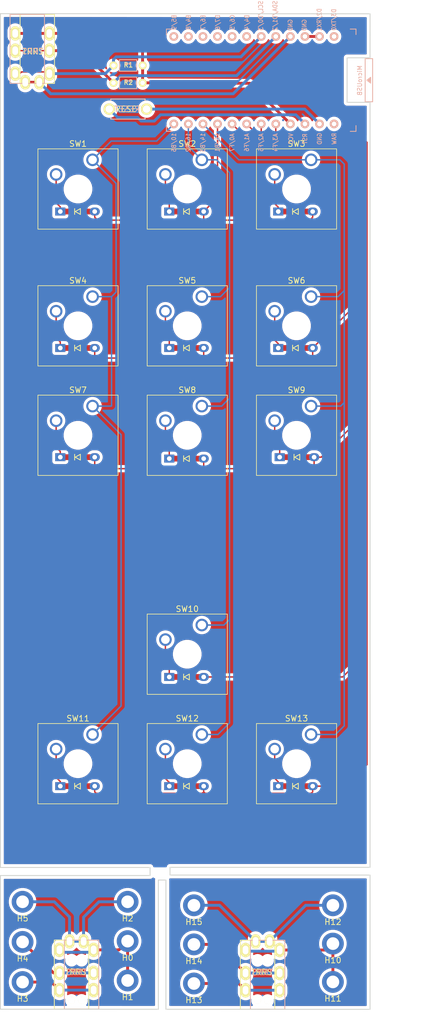
<source format=kicad_pcb>
(kicad_pcb (version 20171130) (host pcbnew "(5.1.8)-1")
  (layers (0 F.Cu signal) (31 B.Cu signal) (34 B.Paste user) (35 F.Paste user) (36 B.SilkS user) (37 F.SilkS user) (38 B.Mask user) (39 F.Mask user) (44 Edge.Cuts user))
  (net 0 "")
  (net 1 "Net-(J2-PadA)")
  (net 2 "Net-(SW_RST2-Pad1)")
  (net 3 "Net-(J2-PadD)")
  (net 4 SDA2)
  (net 5 "Net-(J2-PadB)")
  (net 6 "Net-(SW_RST2-Pad2)")
  (net 7 row1)
  (net 8 "Net-(D1-Pad1)")
  (net 9 "Net-(D2-Pad1)")
  (net 10 "Net-(D3-Pad1)")
  (net 11 row2)
  (net 12 "Net-(D4-Pad1)")
  (net 13 "Net-(D5-Pad1)")
  (net 14 "Net-(D6-Pad1)")
  (net 15 row3)
  (net 16 "Net-(D7-Pad1)")
  (net 17 "Net-(D8-Pad1)")
  (net 18 "Net-(D9-Pad1)")
  (net 19 row4)
  (net 20 "Net-(D10-Pad1)")
  (net 21 row5)
  (net 22 "Net-(D11-Pad1)")
  (net 23 "Net-(D12-Pad1)")
  (net 24 "Net-(D13-Pad1)")
  (net 25 COL1)
  (net 26 COL2)
  (net 27 COL3)
  (net 28 "Net-(U1-Pad2)")
  (net 29 "Net-(H0-Pad1)")
  (net 30 "Net-(H2-Pad1)")
  (net 31 "Net-(H3-Pad1)")
  (net 32 "Net-(H4-Pad1)")
  (net 33 "Net-(H10-Pad1)")
  (net 34 "Net-(H12-Pad1)")
  (net 35 "Net-(H13-Pad1)")
  (net 36 "Net-(H14-Pad1)")
  (module foostan:MJ-4PP-9 (layer F.Cu) (at 60.833 271.3228 180)
    (fp_text reference J3)
    (fp_text value MJ-4PP-9 hide)
    (fp_text user TRRS (at -0.75 6.45) (layer F.SilkS))
    (fp_text user TRRS (at -0.8255 6.4135) (layer B.SilkS) (effects (justify mirror)))
    (pad A thru_hole oval (at -2.1 11.8 180) (size 1.7 2.5) (drill oval 1 1.5) (layers *.Cu *.Mask F.SilkS) (net 34 "Net-(H12-Pad1)") (clearance 0.15))
    (pad D thru_hole oval (at 2.1 10.3 180) (size 1.7 2.5) (drill oval 1 1.5) (layers *.Cu *.Mask F.SilkS) (net 33 "Net-(H10-Pad1)") (clearance 0.15))
    (pad C thru_hole oval (at 2.1 6.3 180) (size 1.7 2.5) (drill oval 1 1.5) (layers *.Cu *.Mask F.SilkS) (net 36 "Net-(H14-Pad1)"))
    (pad B thru_hole oval (at 2.1 3.3 180) (size 1.7 2.5) (drill oval 1 1.5) (layers *.Cu *.Mask F.SilkS) (net 35 "Net-(H13-Pad1)"))
    (pad "" np_thru_hole circle (at 0 8.5 180) (size 1.2 1.2) (drill 1.2) (layers *.Cu *.Mask F.SilkS))
    (pad "" np_thru_hole circle (at 0 1.5 180) (size 1.2 1.2) (drill 1.2) (layers *.Cu *.Mask F.SilkS))
    (pad C thru_hole oval (at -3.85 6.3 180) (size 1.7 2.5) (drill oval 1 1.5) (layers *.Cu *.Mask F.SilkS) (net 36 "Net-(H14-Pad1)"))
    (pad B thru_hole oval (at -3.85 3.3 180) (size 1.7 2.5) (drill oval 1 1.5) (layers *.Cu *.Mask F.SilkS) (net 35 "Net-(H13-Pad1)"))
    (pad A thru_hole oval (at 0.35 11.8 180) (size 1.7 2.5) (drill oval 1 1.5) (layers *.Cu *.Mask F.SilkS) (net 34 "Net-(H12-Pad1)") (clearance 0.15))
    (pad D thru_hole oval (at -3.85 10.3 180) (size 1.7 2.5) (drill oval 1 1.5) (layers *.Cu *.Mask F.SilkS) (net 33 "Net-(H10-Pad1)") (clearance 0.15))
    (pad "" np_thru_hole circle (at -1.75 1.5 180) (size 1.2 1.2) (drill 1.2) (layers *.Cu *.Mask F.SilkS))
    (pad "" np_thru_hole circle (at -1.75 8.5 180) (size 1.2 1.2) (drill 1.2) (layers *.Cu *.Mask F.SilkS))
  )
  (module MountingHole:MountingHole_2.2mm_M2_ISO14580_Pad (layer F.Cu) (at 49.7332 253.238 180)
    (fp_text reference H15 (at 0 -2.9) (layer F.SilkS))
    (fp_text value GND)
    (pad 1 thru_hole circle (at 0 0 180) (size 3.8 3.8) (drill 2.2) (layers *.Cu *.Mask) (net 34 "Net-(H12-Pad1)"))
  )
  (module MountingHole:MountingHole_2.2mm_M2_ISO14580_Pad (layer F.Cu) (at 49.7332 260.043 180)
    (fp_text reference H14 (at 0 -2.9) (layer F.SilkS))
    (fp_text value Right)
    (pad 1 thru_hole circle (at 0 0 180) (size 3.8 3.8) (drill 2.2) (layers *.Cu *.Mask) (net 36 "Net-(H14-Pad1)"))
  )
  (module MountingHole:MountingHole_2.2mm_M2_ISO14580_Pad (layer F.Cu) (at 49.7332 266.848001 180)
    (fp_text reference H13 (at 0 -2.9) (layer F.SilkS))
    (fp_text value Left)
    (pad 1 thru_hole circle (at 0 0 180) (size 3.8 3.8) (drill 2.2) (layers *.Cu *.Mask) (net 35 "Net-(H13-Pad1)"))
  )
  (module MountingHole:MountingHole_2.2mm_M2_ISO14580_Pad (layer F.Cu) (at 73.9648 253.238 180)
    (fp_text reference H12 (at 0 -2.9) (layer F.SilkS))
    (fp_text value GND)
    (pad 1 thru_hole circle (at 0 0 180) (size 3.8 3.8) (drill 2.2) (layers *.Cu *.Mask) (net 34 "Net-(H12-Pad1)"))
  )
  (module MountingHole:MountingHole_2.2mm_M2_ISO14580_Pad (layer F.Cu) (at 73.9648 266.573 180)
    (fp_text reference H11 (at 0 -2.9) (layer F.SilkS))
    (fp_text value MIC-Right)
    (pad 1 thru_hole circle (at 0 0 180) (size 3.8 3.8) (drill 2.2) (layers *.Cu *.Mask) (net 33 "Net-(H10-Pad1)"))
  )
  (module MountingHole:MountingHole_2.2mm_M2_ISO14580_Pad (layer F.Cu) (at 73.9648 259.9055 180)
    (fp_text reference H10 (at 0 -2.9) (layer F.SilkS))
    (fp_text value MIC-Left)
    (pad 1 thru_hole circle (at 0 0 180) (size 3.8 3.8) (drill 2.2) (layers *.Cu *.Mask) (net 33 "Net-(H10-Pad1)"))
  )
  (module foostan:MJ-4PP-9 (layer F.Cu) (at 28.3972 271.2974 180)
    (fp_text reference J1)
    (fp_text value MJ-4PP-9 hide)
    (fp_text user TRRS (at -0.75 6.45) (layer F.SilkS))
    (fp_text user TRRS (at -0.8255 6.4135) (layer B.SilkS) (effects (justify mirror)))
    (pad A thru_hole oval (at -2.1 11.8 180) (size 1.7 2.5) (drill oval 1 1.5) (layers *.Cu *.Mask F.SilkS) (net 30 "Net-(H2-Pad1)") (clearance 0.15))
    (pad D thru_hole oval (at 2.1 10.3 180) (size 1.7 2.5) (drill oval 1 1.5) (layers *.Cu *.Mask F.SilkS) (net 29 "Net-(H0-Pad1)") (clearance 0.15))
    (pad C thru_hole oval (at 2.1 6.3 180) (size 1.7 2.5) (drill oval 1 1.5) (layers *.Cu *.Mask F.SilkS) (net 32 "Net-(H4-Pad1)"))
    (pad B thru_hole oval (at 2.1 3.3 180) (size 1.7 2.5) (drill oval 1 1.5) (layers *.Cu *.Mask F.SilkS) (net 31 "Net-(H3-Pad1)"))
    (pad "" np_thru_hole circle (at 0 8.5 180) (size 1.2 1.2) (drill 1.2) (layers *.Cu *.Mask F.SilkS))
    (pad "" np_thru_hole circle (at 0 1.5 180) (size 1.2 1.2) (drill 1.2) (layers *.Cu *.Mask F.SilkS))
    (pad C thru_hole oval (at -3.85 6.3 180) (size 1.7 2.5) (drill oval 1 1.5) (layers *.Cu *.Mask F.SilkS) (net 32 "Net-(H4-Pad1)"))
    (pad B thru_hole oval (at -3.85 3.3 180) (size 1.7 2.5) (drill oval 1 1.5) (layers *.Cu *.Mask F.SilkS) (net 31 "Net-(H3-Pad1)"))
    (pad A thru_hole oval (at 0.35 11.8 180) (size 1.7 2.5) (drill oval 1 1.5) (layers *.Cu *.Mask F.SilkS) (net 30 "Net-(H2-Pad1)") (clearance 0.15))
    (pad D thru_hole oval (at -3.85 10.3 180) (size 1.7 2.5) (drill oval 1 1.5) (layers *.Cu *.Mask F.SilkS) (net 29 "Net-(H0-Pad1)") (clearance 0.15))
    (pad "" np_thru_hole circle (at -1.75 1.5 180) (size 1.2 1.2) (drill 1.2) (layers *.Cu *.Mask F.SilkS))
    (pad "" np_thru_hole circle (at -1.75 8.5 180) (size 1.2 1.2) (drill 1.2) (layers *.Cu *.Mask F.SilkS))
  )
  (module MountingHole:MountingHole_2.2mm_M2_ISO14580_Pad (layer F.Cu) (at 19.8628 252.6284 180)
    (fp_text reference H5 (at 0 -2.9) (layer F.SilkS))
    (fp_text value GND)
    (pad 1 thru_hole circle (at 0 0 180) (size 3.8 3.8) (drill 2.2) (layers *.Cu *.Mask) (net 30 "Net-(H2-Pad1)"))
  )
  (module MountingHole:MountingHole_2.2mm_M2_ISO14580_Pad (layer F.Cu) (at 19.8628 259.6134 180)
    (fp_text reference H4 (at 0 -2.9) (layer F.SilkS))
    (fp_text value Right)
    (pad 1 thru_hole circle (at 0 0 180) (size 3.8 3.8) (drill 2.2) (layers *.Cu *.Mask) (net 32 "Net-(H4-Pad1)"))
  )
  (module MountingHole:MountingHole_2.2mm_M2_ISO14580_Pad (layer F.Cu) (at 19.8628 266.5984 180)
    (fp_text reference H3 (at 0 -2.9) (layer F.SilkS))
    (fp_text value Left)
    (pad 1 thru_hole circle (at 0 0 180) (size 3.8 3.8) (drill 2.2) (layers *.Cu *.Mask) (net 31 "Net-(H3-Pad1)"))
  )
  (module MountingHole:MountingHole_2.2mm_M2_ISO14580_Pad (layer F.Cu) (at 38.1762 252.6284 180)
    (fp_text reference H2 (at 0 -2.9) (layer F.SilkS))
    (fp_text value GND)
    (pad 1 thru_hole circle (at 0 0 180) (size 3.8 3.8) (drill 2.2) (layers *.Cu *.Mask) (net 30 "Net-(H2-Pad1)"))
  )
  (module MountingHole:MountingHole_2.2mm_M2_ISO14580_Pad (layer F.Cu) (at 38.1762 266.323399 180)
    (fp_text reference H1 (at 0 -2.9) (layer F.SilkS))
    (fp_text value MIC-Right)
    (pad 1 thru_hole circle (at 0 0 180) (size 3.8 3.8) (drill 2.2) (layers *.Cu *.Mask) (net 29 "Net-(H0-Pad1)"))
  )
  (module MountingHole:MountingHole_2.2mm_M2_ISO14580_Pad (layer F.Cu) (at 38.1762 259.4759 180)
    (fp_text reference H0 (at 0 -2.9) (layer F.SilkS))
    (fp_text value MIC-Left)
    (pad 1 thru_hole circle (at 0 0 180) (size 3.8 3.8) (drill 2.2) (layers *.Cu *.Mask) (net 29 "Net-(H0-Pad1)"))
  )
  (module Button_Switch_Keyboard:SW_Cherry_MX_1.00u_Plate (layer F.Cu) (at 70.163 123.504)
    (fp_text reference SW3 (at -2.54 -2.794) (layer F.SilkS))
    (fp_text value SW_Push)
    (pad "" np_thru_hole circle (at -2.54 5.08) (size 4 4) (drill 4) (layers *.Cu *.Mask))
    (pad 2 thru_hole circle (at -6.35 2.54) (size 2.2 2.2) (drill 1.5) (layers *.Cu *.Mask) (net 10 "Net-(D3-Pad1)"))
    (pad 1 thru_hole circle (at 0 0) (size 2.2 2.2) (drill 1.5) (layers *.Cu *.Mask) (net 27 COL3))
  )
  (module foostan:ProMicro_v3.5 (layer B.Cu) (at 59.69 109.6518 90)
    (fp_text reference U1 hide)
    (fp_text value ProMicro hide)
    (fp_text user MicroUSB (at -0.05 18.95 -90) (layer B.SilkS) (effects (font (size 0.75 0.75) (thickness 0.12)) (justify mirror)))
    (fp_text user B4/8 (at 10.0716 -10.9 90 unlocked) (layer B.SilkS) (effects (font (size 0.75 0.67) (thickness 0.125)) (justify mirror)))
    (fp_text user D2/RX1 (at 10.5216 11.9 90 unlocked) (layer B.SilkS) (effects (font (size 0.75 0.67) (thickness 0.125)) (justify mirror)))
    (fp_text user B5/9 (at 10.0716 -13.4 90 unlocked) (layer B.SilkS) (effects (font (size 0.75 0.67) (thickness 0.125)) (justify mirror)))
    (fp_text user C6/5 (at 10.0716 -3.25 90 unlocked) (layer B.SilkS) (effects (font (size 0.75 0.67) (thickness 0.125)) (justify mirror)))
    (fp_text user SCL/D0/3 (at 11.2216 1.7 90 unlocked) (layer B.SilkS) (effects (font (size 0.75 0.67) (thickness 0.125)) (justify mirror)))
    (fp_text user SDA/D1/2 (at 11.2216 4.2 90 unlocked) (layer B.SilkS) (effects (font (size 0.75 0.67) (thickness 0.125)) (justify mirror)))
    (fp_text user D4/4 (at 10.0716 -0.7 90 unlocked) (layer B.SilkS) (effects (font (size 0.75 0.67) (thickness 0.125)) (justify mirror)))
    (fp_text user D3/TX0 (at 10.5216 14.45 90 unlocked) (layer B.SilkS) (effects (font (size 0.75 0.67) (thickness 0.125)) (justify mirror)))
    (fp_text user GND (at 9.5716 6.85 90 unlocked) (layer B.SilkS) (effects (font (size 0.75 0.67) (thickness 0.125)) (justify mirror)))
    (fp_text user GND (at 9.5716 9.3 90 unlocked) (layer B.SilkS) (effects (font (size 0.75 0.67) (thickness 0.125)) (justify mirror)))
    (fp_text user D7/6 (at 10.0716 -5.8 90 unlocked) (layer B.SilkS) (effects (font (size 0.75 0.67) (thickness 0.125)) (justify mirror)))
    (fp_text user E6/7 (at 10.0716 -8.35 90 unlocked) (layer B.SilkS) (effects (font (size 0.75 0.67) (thickness 0.125)) (justify mirror)))
    (fp_text user 16/B2 (at -10.845 -10.95 90 unlocked) (layer B.SilkS) (effects (font (size 0.75 0.67) (thickness 0.125)) (justify mirror)))
    (fp_text user 10/B6 (at -10.845 -13.45 90 unlocked) (layer B.SilkS) (effects (font (size 0.75 0.67) (thickness 0.125)) (justify mirror)))
    (fp_text user 14/B3 (at -10.845 -8.4 90 unlocked) (layer B.SilkS) (effects (font (size 0.75 0.67) (thickness 0.125)) (justify mirror)))
    (fp_text user 15/B1 (at -10.845 -5.85 90 unlocked) (layer B.SilkS) (effects (font (size 0.75 0.67) (thickness 0.125)) (justify mirror)))
    (fp_text user A0/F7 (at -10.845 -3.3 90 unlocked) (layer B.SilkS) (effects (font (size 0.75 0.67) (thickness 0.125)) (justify mirror)))
    (fp_text user A1/F6 (at -10.845 -0.75 90 unlocked) (layer B.SilkS) (effects (font (size 0.75 0.67) (thickness 0.125)) (justify mirror)))
    (fp_text user A2/F5 (at -10.845 1.75 90 unlocked) (layer B.SilkS) (effects (font (size 0.75 0.67) (thickness 0.125)) (justify mirror)))
    (fp_text user A3/F4 (at -10.845 4.25 90 unlocked) (layer B.SilkS) (effects (font (size 0.75 0.67) (thickness 0.125)) (justify mirror)))
    (fp_text user VCC (at -10.195 6.95 90 unlocked) (layer B.SilkS) (effects (font (size 0.75 0.67) (thickness 0.125)) (justify mirror)))
    (fp_text user RST (at -10.195 9.4 90 unlocked) (layer B.SilkS) (effects (font (size 0.75 0.67) (thickness 0.125)) (justify mirror)))
    (fp_text user GND (at -10.195 11.95 90 unlocked) (layer B.SilkS) (effects (font (size 0.75 0.67) (thickness 0.125)) (justify mirror)))
    (fp_text user RAW (at -10.195 14.5 90 unlocked) (layer B.SilkS) (effects (font (size 0.75 0.67) (thickness 0.125)) (justify mirror)))
    (fp_text user "" (at -0.545 17.4 -90) (layer B.SilkS) (effects (justify mirror)))
    (fp_text user "" (at -1.2515 16.256 -90) (layer F.SilkS))
    (pad 1 thru_hole circle (at 7.6114 14.478 90) (size 1.524 1.524) (drill 0.8128) (layers *.Cu B.SilkS F.Mask))
    (pad 2 thru_hole circle (at 7.6114 11.938 90) (size 1.524 1.524) (drill 0.8128) (layers *.Cu B.SilkS F.Mask) (net 28 "Net-(U1-Pad2)"))
    (pad 3 thru_hole circle (at 7.6114 9.398 90) (size 1.524 1.524) (drill 0.8128) (layers *.Cu B.SilkS F.Mask) (net 28 "Net-(U1-Pad2)"))
    (pad 4 thru_hole circle (at 7.6114 6.858 90) (size 1.524 1.524) (drill 0.8128) (layers *.Cu B.SilkS F.Mask) (net 1 "Net-(J2-PadA)"))
    (pad 5 thru_hole circle (at 7.6114 4.318 90) (size 1.524 1.524) (drill 0.8128) (layers *.Cu B.SilkS F.Mask) (net 4 SDA2))
    (pad 6 thru_hole circle (at 7.6114 1.778 90) (size 1.524 1.524) (drill 0.8128) (layers *.Cu B.SilkS F.Mask) (net 3 "Net-(J2-PadD)"))
    (pad 7 thru_hole circle (at 7.6114 -0.762 90) (size 1.524 1.524) (drill 0.8128) (layers *.Cu B.SilkS F.Mask))
    (pad 8 thru_hole circle (at 7.6114 -3.302 90) (size 1.524 1.524) (drill 0.8128) (layers *.Cu B.SilkS F.Mask))
    (pad 9 thru_hole circle (at 7.6114 -5.842 90) (size 1.524 1.524) (drill 0.8128) (layers *.Cu B.SilkS F.Mask))
    (pad 10 thru_hole circle (at 7.6114 -8.382 90) (size 1.524 1.524) (drill 0.8128) (layers *.Cu B.SilkS F.Mask))
    (pad 11 thru_hole circle (at 7.6114 -10.922 90) (size 1.524 1.524) (drill 0.8128) (layers *.Cu B.SilkS F.Mask))
    (pad 12 thru_hole circle (at 7.6114 -13.462 90) (size 1.524 1.524) (drill 0.8128) (layers *.Cu B.SilkS F.Mask))
    (pad 13 thru_hole circle (at -7.6086 -13.462 90) (size 1.524 1.524) (drill 0.8128) (layers *.Cu B.SilkS F.Mask) (net 25 COL1))
    (pad 14 thru_hole circle (at -7.6086 -10.922 90) (size 1.524 1.524) (drill 0.8128) (layers *.Cu B.SilkS F.Mask) (net 26 COL2))
    (pad 15 thru_hole circle (at -7.6086 -8.382 90) (size 1.524 1.524) (drill 0.8128) (layers *.Cu B.SilkS F.Mask) (net 27 COL3))
    (pad 16 thru_hole circle (at -7.6086 -5.842 90) (size 1.524 1.524) (drill 0.8128) (layers *.Cu B.SilkS F.Mask) (net 7 row1))
    (pad 17 thru_hole circle (at -7.6086 -3.302 90) (size 1.524 1.524) (drill 0.8128) (layers *.Cu B.SilkS F.Mask) (net 11 row2))
    (pad 18 thru_hole circle (at -7.6086 -0.762 90) (size 1.524 1.524) (drill 0.8128) (layers *.Cu B.SilkS F.Mask) (net 15 row3))
    (pad 19 thru_hole circle (at -7.6086 1.778 90) (size 1.524 1.524) (drill 0.8128) (layers *.Cu B.SilkS F.Mask) (net 19 row4))
    (pad 20 thru_hole circle (at -7.6086 4.318 90) (size 1.524 1.524) (drill 0.8128) (layers *.Cu B.SilkS F.Mask) (net 21 row5))
    (pad 21 thru_hole circle (at -7.6086 6.858 90) (size 1.524 1.524) (drill 0.8128) (layers *.Cu B.SilkS F.Mask) (net 5 "Net-(J2-PadB)"))
    (pad 22 thru_hole circle (at -7.6086 9.398 90) (size 1.524 1.524) (drill 0.8128) (layers *.Cu B.SilkS F.Mask) (net 2 "Net-(SW_RST2-Pad1)"))
    (pad 23 thru_hole circle (at -7.6086 11.938 90) (size 1.524 1.524) (drill 0.8128) (layers *.Cu B.SilkS F.Mask) (net 6 "Net-(SW_RST2-Pad2)"))
    (pad 24 thru_hole circle (at -7.6086 14.478 90) (size 1.524 1.524) (drill 0.8128) (layers *.Cu B.SilkS F.Mask))
  )
  (module foostan:R (layer F.Cu) (at 38.2524 110.109)
    (fp_text reference R2 (at 0.05 -0.08) (layer F.SilkS) (effects (font (size 0.8128 0.8128))))
    (fp_text value 4.7k hide)
    (fp_text user ** (at 0 -0.0635) (layer B.SilkS) (effects (font (size 0.8128 0.8128)) (justify mirror)))
    (pad 2 thru_hole circle (at 2.54 0) (size 1.397 1.397) (drill 0.8128) (layers *.Cu *.Mask F.SilkS) (net 5 "Net-(J2-PadB)"))
    (pad 1 thru_hole circle (at -2.54 0) (size 1.397 1.397) (drill 0.8128) (layers *.Cu *.Mask F.SilkS) (net 4 SDA2))
  )
  (module foostan:R (layer F.Cu) (at 38.2524 107.0864)
    (fp_text reference R1 (at 0.05 -0.08) (layer F.SilkS) (effects (font (size 0.8128 0.8128))))
    (fp_text value 4.7k hide)
    (fp_text user ** (at 0 -0.0635) (layer B.SilkS) (effects (font (size 0.8128 0.8128)) (justify mirror)))
    (pad 2 thru_hole circle (at 2.54 0) (size 1.397 1.397) (drill 0.8128) (layers *.Cu *.Mask F.SilkS) (net 5 "Net-(J2-PadB)"))
    (pad 1 thru_hole circle (at -2.54 0) (size 1.397 1.397) (drill 0.8128) (layers *.Cu *.Mask F.SilkS) (net 3 "Net-(J2-PadD)"))
  )
  (module foostan:D3_TH (layer F.Cu) (at 67.438 232.504)
    (fp_text reference D13 hide)
    (fp_text value DIODE hide)
    (pad 2 smd rect (at 1.775 0 180) (size 1.4 1) (layers F.Cu F.Paste F.Mask) (net 21 row5))
    (pad 1 smd rect (at -1.775 0 180) (size 1.4 1) (layers F.Cu F.Paste F.Mask) (net 24 "Net-(D13-Pad1)"))
    (pad 2 thru_hole oval (at 3 0) (size 1.778 1.397) (drill 0.8128) (layers *.Cu B.Mask) (net 21 row5))
    (pad 1 thru_hole rect (at -3 0) (size 1.778 1.397) (drill 0.8128) (layers *.Cu B.Mask) (net 24 "Net-(D13-Pad1)"))
  )
  (module foostan:D3_TH (layer F.Cu) (at 48.438 232.504)
    (fp_text reference D12 hide)
    (fp_text value DIODE hide)
    (pad 2 smd rect (at 1.775 0 180) (size 1.4 1) (layers F.Cu F.Paste F.Mask) (net 21 row5))
    (pad 1 smd rect (at -1.775 0 180) (size 1.4 1) (layers F.Cu F.Paste F.Mask) (net 23 "Net-(D12-Pad1)"))
    (pad 2 thru_hole oval (at 3 0) (size 1.778 1.397) (drill 0.8128) (layers *.Cu B.Mask) (net 21 row5))
    (pad 1 thru_hole rect (at -3 0) (size 1.778 1.397) (drill 0.8128) (layers *.Cu B.Mask) (net 23 "Net-(D12-Pad1)"))
  )
  (module foostan:D3_TH (layer F.Cu) (at 29.438 232.504)
    (fp_text reference D11 hide)
    (fp_text value DIODE hide)
    (pad 2 smd rect (at 1.775 0 180) (size 1.4 1) (layers F.Cu F.Paste F.Mask) (net 21 row5))
    (pad 1 smd rect (at -1.775 0 180) (size 1.4 1) (layers F.Cu F.Paste F.Mask) (net 22 "Net-(D11-Pad1)"))
    (pad 2 thru_hole oval (at 3 0) (size 1.778 1.397) (drill 0.8128) (layers *.Cu B.Mask) (net 21 row5))
    (pad 1 thru_hole rect (at -3 0) (size 1.778 1.397) (drill 0.8128) (layers *.Cu B.Mask) (net 22 "Net-(D11-Pad1)"))
  )
  (module foostan:D3_TH (layer F.Cu) (at 48.438 213.504)
    (fp_text reference D10 hide)
    (fp_text value DIODE hide)
    (pad 2 smd rect (at 1.775 0 180) (size 1.4 1) (layers F.Cu F.Paste F.Mask) (net 19 row4))
    (pad 1 smd rect (at -1.775 0 180) (size 1.4 1) (layers F.Cu F.Paste F.Mask) (net 20 "Net-(D10-Pad1)"))
    (pad 2 thru_hole oval (at 3 0) (size 1.778 1.397) (drill 0.8128) (layers *.Cu B.Mask) (net 19 row4))
    (pad 1 thru_hole rect (at -3 0) (size 1.778 1.397) (drill 0.8128) (layers *.Cu B.Mask) (net 20 "Net-(D10-Pad1)"))
  )
  (module foostan:D3_TH (layer F.Cu) (at 67.688 175.254)
    (fp_text reference D9 hide)
    (fp_text value DIODE hide)
    (pad 2 smd rect (at 1.775 0 180) (size 1.4 1) (layers F.Cu F.Paste F.Mask) (net 15 row3))
    (pad 1 smd rect (at -1.775 0 180) (size 1.4 1) (layers F.Cu F.Paste F.Mask) (net 18 "Net-(D9-Pad1)"))
    (pad 2 thru_hole oval (at 3 0) (size 1.778 1.397) (drill 0.8128) (layers *.Cu B.Mask) (net 15 row3))
    (pad 1 thru_hole rect (at -3 0) (size 1.778 1.397) (drill 0.8128) (layers *.Cu B.Mask) (net 18 "Net-(D9-Pad1)"))
  )
  (module foostan:D3_TH (layer F.Cu) (at 48.438 175.504)
    (fp_text reference D8 hide)
    (fp_text value DIODE hide)
    (pad 2 smd rect (at 1.775 0 180) (size 1.4 1) (layers F.Cu F.Paste F.Mask) (net 15 row3))
    (pad 1 smd rect (at -1.775 0 180) (size 1.4 1) (layers F.Cu F.Paste F.Mask) (net 17 "Net-(D8-Pad1)"))
    (pad 2 thru_hole oval (at 3 0) (size 1.778 1.397) (drill 0.8128) (layers *.Cu B.Mask) (net 15 row3))
    (pad 1 thru_hole rect (at -3 0) (size 1.778 1.397) (drill 0.8128) (layers *.Cu B.Mask) (net 17 "Net-(D8-Pad1)"))
  )
  (module foostan:D3_TH (layer F.Cu) (at 29.438 175.254)
    (fp_text reference D7 hide)
    (fp_text value DIODE hide)
    (pad 2 smd rect (at 1.775 0 180) (size 1.4 1) (layers F.Cu F.Paste F.Mask) (net 15 row3))
    (pad 1 smd rect (at -1.775 0 180) (size 1.4 1) (layers F.Cu F.Paste F.Mask) (net 16 "Net-(D7-Pad1)"))
    (pad 2 thru_hole oval (at 3 0) (size 1.778 1.397) (drill 0.8128) (layers *.Cu B.Mask) (net 15 row3))
    (pad 1 thru_hole rect (at -3 0) (size 1.778 1.397) (drill 0.8128) (layers *.Cu B.Mask) (net 16 "Net-(D7-Pad1)"))
  )
  (module foostan:D3_TH (layer F.Cu) (at 67.438 156.254)
    (fp_text reference D6 hide)
    (fp_text value DIODE hide)
    (pad 2 smd rect (at 1.775 0 180) (size 1.4 1) (layers F.Cu F.Paste F.Mask) (net 11 row2))
    (pad 1 smd rect (at -1.775 0 180) (size 1.4 1) (layers F.Cu F.Paste F.Mask) (net 14 "Net-(D6-Pad1)"))
    (pad 2 thru_hole oval (at 3 0) (size 1.778 1.397) (drill 0.8128) (layers *.Cu B.Mask) (net 11 row2))
    (pad 1 thru_hole rect (at -3 0) (size 1.778 1.397) (drill 0.8128) (layers *.Cu B.Mask) (net 14 "Net-(D6-Pad1)"))
  )
  (module foostan:D3_TH (layer F.Cu) (at 48.438 156.254)
    (fp_text reference D5 hide)
    (fp_text value DIODE hide)
    (pad 2 smd rect (at 1.775 0 180) (size 1.4 1) (layers F.Cu F.Paste F.Mask) (net 11 row2))
    (pad 1 smd rect (at -1.775 0 180) (size 1.4 1) (layers F.Cu F.Paste F.Mask) (net 13 "Net-(D5-Pad1)"))
    (pad 2 thru_hole oval (at 3 0) (size 1.778 1.397) (drill 0.8128) (layers *.Cu B.Mask) (net 11 row2))
    (pad 1 thru_hole rect (at -3 0) (size 1.778 1.397) (drill 0.8128) (layers *.Cu B.Mask) (net 13 "Net-(D5-Pad1)"))
  )
  (module foostan:D3_TH (layer F.Cu) (at 29.438 156.254)
    (fp_text reference D4 hide)
    (fp_text value DIODE hide)
    (pad 2 smd rect (at 1.775 0 180) (size 1.4 1) (layers F.Cu F.Paste F.Mask) (net 11 row2))
    (pad 1 smd rect (at -1.775 0 180) (size 1.4 1) (layers F.Cu F.Paste F.Mask) (net 12 "Net-(D4-Pad1)"))
    (pad 2 thru_hole oval (at 3 0) (size 1.778 1.397) (drill 0.8128) (layers *.Cu B.Mask) (net 11 row2))
    (pad 1 thru_hole rect (at -3 0) (size 1.778 1.397) (drill 0.8128) (layers *.Cu B.Mask) (net 12 "Net-(D4-Pad1)"))
  )
  (module foostan:D3_TH (layer F.Cu) (at 67.438 132.504)
    (fp_text reference D3 hide)
    (fp_text value DIODE hide)
    (pad 2 smd rect (at 1.775 0 180) (size 1.4 1) (layers F.Cu F.Paste F.Mask) (net 7 row1))
    (pad 1 smd rect (at -1.775 0 180) (size 1.4 1) (layers F.Cu F.Paste F.Mask) (net 10 "Net-(D3-Pad1)"))
    (pad 2 thru_hole oval (at 3 0) (size 1.778 1.397) (drill 0.8128) (layers *.Cu B.Mask) (net 7 row1))
    (pad 1 thru_hole rect (at -3 0) (size 1.778 1.397) (drill 0.8128) (layers *.Cu B.Mask) (net 10 "Net-(D3-Pad1)"))
  )
  (module foostan:D3_TH (layer F.Cu) (at 48.438 132.504)
    (fp_text reference D2 hide)
    (fp_text value DIODE hide)
    (pad 2 smd rect (at 1.775 0 180) (size 1.4 1) (layers F.Cu F.Paste F.Mask) (net 7 row1))
    (pad 1 smd rect (at -1.775 0 180) (size 1.4 1) (layers F.Cu F.Paste F.Mask) (net 9 "Net-(D2-Pad1)"))
    (pad 2 thru_hole oval (at 3 0) (size 1.778 1.397) (drill 0.8128) (layers *.Cu B.Mask) (net 7 row1))
    (pad 1 thru_hole rect (at -3 0) (size 1.778 1.397) (drill 0.8128) (layers *.Cu B.Mask) (net 9 "Net-(D2-Pad1)"))
  )
  (module foostan:D3_TH (layer F.Cu) (at 29.438 132.504)
    (fp_text reference D1 hide)
    (fp_text value DIODE hide)
    (pad 2 smd rect (at 1.775 0 180) (size 1.4 1) (layers F.Cu F.Paste F.Mask) (net 7 row1))
    (pad 1 smd rect (at -1.775 0 180) (size 1.4 1) (layers F.Cu F.Paste F.Mask) (net 8 "Net-(D1-Pad1)"))
    (pad 2 thru_hole oval (at 3 0) (size 1.778 1.397) (drill 0.8128) (layers *.Cu B.Mask) (net 7 row1))
    (pad 1 thru_hole rect (at -3 0) (size 1.778 1.397) (drill 0.8128) (layers *.Cu B.Mask) (net 8 "Net-(D1-Pad1)"))
  )
  (module foostan:MJ-4PP-9 (layer F.Cu) (at 22.4278 98.2098)
    (fp_text reference J2)
    (fp_text value MJ-4PP-9 hide)
    (fp_text user TRRS (at -0.8255 6.4135) (layer B.SilkS) (effects (justify mirror)))
    (fp_text user TRRS (at -0.75 6.45) (layer F.SilkS))
    (pad D thru_hole oval (at -3.85 10.3) (size 1.7 2.5) (drill oval 1 1.5) (layers *.Cu *.Mask F.SilkS) (net 3 "Net-(J2-PadD)") (clearance 0.15))
    (pad A thru_hole oval (at 0.35 11.8) (size 1.7 2.5) (drill oval 1 1.5) (layers *.Cu *.Mask F.SilkS) (net 1 "Net-(J2-PadA)") (clearance 0.15))
    (pad B thru_hole oval (at -3.85 3.3) (size 1.7 2.5) (drill oval 1 1.5) (layers *.Cu *.Mask F.SilkS) (net 5 "Net-(J2-PadB)"))
    (pad C thru_hole oval (at -3.85 6.3) (size 1.7 2.5) (drill oval 1 1.5) (layers *.Cu *.Mask F.SilkS) (net 4 SDA2))
    (pad B thru_hole oval (at 2.1 3.3) (size 1.7 2.5) (drill oval 1 1.5) (layers *.Cu *.Mask F.SilkS) (net 5 "Net-(J2-PadB)"))
    (pad C thru_hole oval (at 2.1 6.3) (size 1.7 2.5) (drill oval 1 1.5) (layers *.Cu *.Mask F.SilkS) (net 4 SDA2))
    (pad D thru_hole oval (at 2.1 10.3) (size 1.7 2.5) (drill oval 1 1.5) (layers *.Cu *.Mask F.SilkS) (net 3 "Net-(J2-PadD)") (clearance 0.15))
    (pad A thru_hole oval (at -2.1 11.8) (size 1.7 2.5) (drill oval 1 1.5) (layers *.Cu *.Mask F.SilkS) (net 1 "Net-(J2-PadA)") (clearance 0.15))
  )
  (module foostan:ResetSW (layer F.Cu) (at 38.227 114.681 180)
    (fp_text reference SW_RST2 hide)
    (fp_text value SW_PUSH)
    (fp_text user RESET (at 0 0) (layer F.SilkS))
    (fp_text user RESET (at 0.127 0) (layer B.SilkS) (effects (justify mirror)))
    (pad 2 thru_hole circle (at -3.25 0 180) (size 2 2) (drill 1.3) (layers *.Cu *.Mask F.SilkS) (net 6 "Net-(SW_RST2-Pad2)"))
    (pad 1 thru_hole circle (at 3.25 0 180) (size 2 2) (drill 1.3) (layers *.Cu *.Mask F.SilkS) (net 2 "Net-(SW_RST2-Pad1)"))
  )
  (module Button_Switch_Keyboard:SW_Cherry_MX_1.00u_Plate (layer F.Cu) (at 51.113 223.516)
    (fp_text reference SW12 (at -2.54 -2.794) (layer F.SilkS))
    (fp_text value SW_Push)
    (pad "" np_thru_hole circle (at -2.54 5.08) (size 4 4) (drill 4) (layers *.Cu *.Mask))
    (pad 2 thru_hole circle (at -6.35 2.54) (size 2.2 2.2) (drill 1.5) (layers *.Cu *.Mask) (net 23 "Net-(D12-Pad1)"))
    (pad 1 thru_hole circle (at 0 0) (size 2.2 2.2) (drill 1.5) (layers *.Cu *.Mask) (net 26 COL2))
  )
  (module Button_Switch_Keyboard:SW_Cherry_MX_1.00u_Plate (layer F.Cu) (at 32.063 223.516)
    (fp_text reference SW11 (at -2.54 -2.794) (layer F.SilkS))
    (fp_text value SW_Push)
    (pad "" np_thru_hole circle (at -2.54 5.08) (size 4 4) (drill 4) (layers *.Cu *.Mask))
    (pad 2 thru_hole circle (at -6.35 2.54) (size 2.2 2.2) (drill 1.5) (layers *.Cu *.Mask) (net 22 "Net-(D11-Pad1)"))
    (pad 1 thru_hole circle (at 0 0) (size 2.2 2.2) (drill 1.5) (layers *.Cu *.Mask) (net 25 COL1))
  )
  (module Button_Switch_Keyboard:SW_Cherry_MX_1.00u_Plate (layer F.Cu) (at 51.113 204.466)
    (fp_text reference SW10 (at -2.54 -2.794) (layer F.SilkS))
    (fp_text value SW_Push)
    (pad "" np_thru_hole circle (at -2.54 5.08) (size 4 4) (drill 4) (layers *.Cu *.Mask))
    (pad 2 thru_hole circle (at -6.35 2.54) (size 2.2 2.2) (drill 1.5) (layers *.Cu *.Mask) (net 20 "Net-(D10-Pad1)"))
    (pad 1 thru_hole circle (at 0 0) (size 2.2 2.2) (drill 1.5) (layers *.Cu *.Mask) (net 26 COL2))
  )
  (module Button_Switch_Keyboard:SW_Cherry_MX_1.00u_Plate (layer F.Cu) (at 70.163 223.516)
    (fp_text reference SW13 (at -2.54 -2.794) (layer F.SilkS))
    (fp_text value SW_Push)
    (pad "" np_thru_hole circle (at -2.54 5.08) (size 4 4) (drill 4) (layers *.Cu *.Mask))
    (pad 2 thru_hole circle (at -6.35 2.54) (size 2.2 2.2) (drill 1.5) (layers *.Cu *.Mask) (net 24 "Net-(D13-Pad1)"))
    (pad 1 thru_hole circle (at 0 0) (size 2.2 2.2) (drill 1.5) (layers *.Cu *.Mask) (net 27 COL3))
  )
  (module Button_Switch_Keyboard:SW_Cherry_MX_1.00u_Plate (layer F.Cu) (at 70.163 166.366)
    (fp_text reference SW9 (at -2.54 -2.794) (layer F.SilkS))
    (fp_text value SW_Push)
    (pad "" np_thru_hole circle (at -2.54 5.08) (size 4 4) (drill 4) (layers *.Cu *.Mask))
    (pad 2 thru_hole circle (at -6.35 2.54) (size 2.2 2.2) (drill 1.5) (layers *.Cu *.Mask) (net 18 "Net-(D9-Pad1)"))
    (pad 1 thru_hole circle (at 0 0) (size 2.2 2.2) (drill 1.5) (layers *.Cu *.Mask) (net 27 COL3))
  )
  (module Button_Switch_Keyboard:SW_Cherry_MX_1.00u_Plate (layer F.Cu) (at 51.113 166.366)
    (fp_text reference SW8 (at -2.54 -2.794) (layer F.SilkS))
    (fp_text value SW_Push)
    (pad "" np_thru_hole circle (at -2.54 5.08) (size 4 4) (drill 4) (layers *.Cu *.Mask))
    (pad 2 thru_hole circle (at -6.35 2.54) (size 2.2 2.2) (drill 1.5) (layers *.Cu *.Mask) (net 17 "Net-(D8-Pad1)"))
    (pad 1 thru_hole circle (at 0 0) (size 2.2 2.2) (drill 1.5) (layers *.Cu *.Mask) (net 26 COL2))
  )
  (module Button_Switch_Keyboard:SW_Cherry_MX_1.00u_Plate (layer F.Cu) (at 32.063 147.316)
    (fp_text reference SW4 (at -2.54 -2.794) (layer F.SilkS))
    (fp_text value SW_Push)
    (pad "" np_thru_hole circle (at -2.54 5.08) (size 4 4) (drill 4) (layers *.Cu *.Mask))
    (pad 2 thru_hole circle (at -6.35 2.54) (size 2.2 2.2) (drill 1.5) (layers *.Cu *.Mask) (net 12 "Net-(D4-Pad1)"))
    (pad 1 thru_hole circle (at 0 0) (size 2.2 2.2) (drill 1.5) (layers *.Cu *.Mask) (net 25 COL1))
  )
  (module Button_Switch_Keyboard:SW_Cherry_MX_1.00u_Plate (layer F.Cu) (at 70.163 147.316)
    (fp_text reference SW6 (at -2.54 -2.794) (layer F.SilkS))
    (fp_text value SW_Push)
    (pad "" np_thru_hole circle (at -2.54 5.08) (size 4 4) (drill 4) (layers *.Cu *.Mask))
    (pad 2 thru_hole circle (at -6.35 2.54) (size 2.2 2.2) (drill 1.5) (layers *.Cu *.Mask) (net 14 "Net-(D6-Pad1)"))
    (pad 1 thru_hole circle (at 0 0) (size 2.2 2.2) (drill 1.5) (layers *.Cu *.Mask) (net 27 COL3))
  )
  (module Button_Switch_Keyboard:SW_Cherry_MX_1.00u_Plate (layer F.Cu) (at 51.113 147.316)
    (fp_text reference SW5 (at -2.54 -2.794) (layer F.SilkS))
    (fp_text value SW_Push)
    (pad "" np_thru_hole circle (at -2.54 5.08) (size 4 4) (drill 4) (layers *.Cu *.Mask))
    (pad 2 thru_hole circle (at -6.35 2.54) (size 2.2 2.2) (drill 1.5) (layers *.Cu *.Mask) (net 13 "Net-(D5-Pad1)"))
    (pad 1 thru_hole circle (at 0 0) (size 2.2 2.2) (drill 1.5) (layers *.Cu *.Mask) (net 26 COL2))
  )
  (module Button_Switch_Keyboard:SW_Cherry_MX_1.00u_Plate (layer F.Cu) (at 51.113 123.504)
    (fp_text reference SW2 (at -2.54 -2.794) (layer F.SilkS))
    (fp_text value SW_Push)
    (pad "" np_thru_hole circle (at -2.54 5.08) (size 4 4) (drill 4) (layers *.Cu *.Mask))
    (pad 2 thru_hole circle (at -6.35 2.54) (size 2.2 2.2) (drill 1.5) (layers *.Cu *.Mask) (net 9 "Net-(D2-Pad1)"))
    (pad 1 thru_hole circle (at 0 0) (size 2.2 2.2) (drill 1.5) (layers *.Cu *.Mask) (net 26 COL2))
  )
  (module Button_Switch_Keyboard:SW_Cherry_MX_1.00u_Plate (layer F.Cu) (at 32.063 123.504)
    (fp_text reference SW1 (at -2.54 -2.794) (layer F.SilkS))
    (fp_text value SW_Push)
    (pad "" np_thru_hole circle (at -2.54 5.08) (size 4 4) (drill 4) (layers *.Cu *.Mask))
    (pad 2 thru_hole circle (at -6.35 2.54) (size 2.2 2.2) (drill 1.5) (layers *.Cu *.Mask) (net 8 "Net-(D1-Pad1)"))
    (pad 1 thru_hole circle (at 0 0) (size 2.2 2.2) (drill 1.5) (layers *.Cu *.Mask) (net 25 COL1))
  )
  (module Button_Switch_Keyboard:SW_Cherry_MX_1.00u_Plate (layer F.Cu) (at 32.063 166.366)
    (fp_text reference SW7 (at -2.54 -2.794) (layer F.SilkS))
    (fp_text value SW_Push)
    (pad "" np_thru_hole circle (at -2.54 5.08) (size 4 4) (drill 4) (layers *.Cu *.Mask))
    (pad 2 thru_hole circle (at -6.35 2.54) (size 2.2 2.2) (drill 1.5) (layers *.Cu *.Mask) (net 16 "Net-(D7-Pad1)"))
    (pad 1 thru_hole circle (at 0 0) (size 2.2 2.2) (drill 1.5) (layers *.Cu *.Mask) (net 25 COL1))
  )
  (gr_line (start 42.0878 248.0564) (end 16.002 248.0564) (layer Edge.Cuts) (width 0.15))
  (gr_line (start 42.0878 246.6594) (end 42.0878 248.0564) (layer Edge.Cuts) (width 0.15))
  (gr_line (start 16.002 246.6594) (end 42.0878 246.6594) (layer Edge.Cuts) (width 0.15))
  (gr_line (start 16.002 246.634) (end 16.002 98.0694) (layer Edge.Cuts) (width 0.15))
  (gr_line (start 43.5356 248.8438) (end 43.5356 271.333622) (layer Edge.Cuts) (width 0.15))
  (gr_line (start 43.5356 248.8438) (end 43.5356 248.8438) (layer Edge.Cuts) (width 0.15))
  (gr_line (start 44.8564 248.8438) (end 43.5356 248.8438) (layer Edge.Cuts) (width 0.15))
  (gr_line (start 44.856405 271.334173) (end 44.8564 248.8438) (layer Edge.Cuts) (width 0.15))
  (gr_line (start 44.856405 271.334173) (end 80.4418 271.3482) (layer Edge.Cuts) (width 0.15))
  (gr_line (start 45.5676 247.9802) (end 80.4418 247.9802) (layer Edge.Cuts) (width 0.15))
  (gr_line (start 45.5676 246.634) (end 45.5676 247.9802) (layer Edge.Cuts) (width 0.15))
  (gr_line (start 80.4418 247.9802) (end 80.4418 271.3482) (layer Edge.Cuts) (width 0.15))
  (gr_line (start 80.441205 246.634) (end 80.441205 246.634) (layer Edge.Cuts) (width 0.15))
  (gr_line (start 80.441205 246.634) (end 45.5676 246.634) (layer Edge.Cuts) (width 0.15))
  (gr_line (start 16.002 271.3228) (end 43.5356 271.333622) (layer Edge.Cuts) (width 0.15))
  (gr_line (start 80.4418 98.0948) (end 16.002 98.0694) (layer Edge.Cuts) (width 0.15))
  (gr_line (start 80.438 105.754) (end 80.4418 98.0948) (layer Edge.Cuts) (width 0.15))
  (gr_line (start 16.002 271.3228) (end 16.002 248.0564) (layer Edge.Cuts) (width 0.15))
  (gr_line (start 80.438 113.504) (end 80.441205 246.634) (layer Edge.Cuts) (width 0.15))
  (gr_line (start 76.438 105.754) (end 76.438 113.504) (layer Edge.Cuts) (width 0.15))
  (gr_line (start 76.438 113.504) (end 80.438 113.504) (layer Edge.Cuts) (width 0.15))
  (gr_line (start 80.438 105.754) (end 76.438 105.754) (layer Edge.Cuts) (width 0.15))
  (segment (start 20.3278 110.0098) (end 22.7778 110.0098) (width 0.5) (layer F.Cu) (net 1))
  (segment (start 66.548 102.0404) (end 56.5744 112.014) (width 0.5) (layer B.Cu) (net 1))
  (segment (start 24.782 112.014) (end 22.7778 110.0098) (width 0.5) (layer B.Cu) (net 1))
  (segment (start 56.5744 112.014) (end 24.782 112.014) (width 0.5) (layer B.Cu) (net 1))
  (segment (start 36.427001 116.131001) (end 39.905601 116.131001) (width 0.5) (layer B.Cu) (net 2))
  (segment (start 34.977 114.681) (end 36.427001 116.131001) (width 0.5) (layer B.Cu) (net 2))
  (segment (start 39.905601 116.131001) (end 40.5384 116.7638) (width 0.5) (layer B.Cu) (net 2))
  (segment (start 40.5384 116.7638) (end 42.8244 116.7638) (width 0.5) (layer B.Cu) (net 2))
  (segment (start 42.8244 116.7638) (end 43.9166 115.6716) (width 0.5) (layer B.Cu) (net 2))
  (segment (start 67.4992 115.6716) (end 69.088 117.2604) (width 0.5) (layer B.Cu) (net 2))
  (segment (start 43.9166 115.6716) (end 67.4992 115.6716) (width 0.5) (layer B.Cu) (net 2))
  (segment (start 24.5778 108.4598) (end 24.5278 108.5098) (width 0.25) (layer B.Cu) (net 3))
  (segment (start 18.5778 108.5098) (end 19.3778 108.5098) (width 0.25) (layer F.Cu) (net 3))
  (segment (start 19.3778 108.5098) (end 19.6778 108.2098) (width 0.25) (layer F.Cu) (net 3))
  (segment (start 24.2278 108.2098) (end 24.5278 108.5098) (width 0.25) (layer F.Cu) (net 3))
  (segment (start 19.6778 108.2098) (end 24.2278 108.2098) (width 0.25) (layer F.Cu) (net 3))
  (segment (start 57.9206 105.5878) (end 61.468 102.0404) (width 0.5) (layer B.Cu) (net 3))
  (segment (start 36.1696 105.5878) (end 57.9206 105.5878) (width 0.5) (layer B.Cu) (net 3))
  (segment (start 35.7124 106.045) (end 36.1696 105.5878) (width 0.5) (layer B.Cu) (net 3))
  (segment (start 35.7124 107.0864) (end 35.7124 106.045) (width 0.5) (layer B.Cu) (net 3))
  (segment (start 34.289 108.5098) (end 35.7124 107.0864) (width 0.5) (layer B.Cu) (net 3))
  (segment (start 24.5278 108.5098) (end 34.289 108.5098) (width 0.5) (layer B.Cu) (net 3))
  (segment (start 24.5278 104.5098) (end 18.5778 104.5098) (width 0.25) (layer F.Cu) (net 4))
  (segment (start 35.7124 110.109) (end 36.957 108.8644) (width 0.5) (layer B.Cu) (net 4))
  (segment (start 57.184 108.8644) (end 64.008 102.0404) (width 0.5) (layer B.Cu) (net 4))
  (segment (start 36.957 108.8644) (end 57.184 108.8644) (width 0.5) (layer B.Cu) (net 4))
  (segment (start 30.1132 104.5098) (end 35.7124 110.109) (width 0.5) (layer F.Cu) (net 4))
  (segment (start 24.5278 104.5098) (end 30.1132 104.5098) (width 0.5) (layer F.Cu) (net 4))
  (segment (start 24.5278 101.5098) (end 18.5778 101.5098) (width 0.5) (layer F.Cu) (net 5))
  (segment (start 40.767 103.2764) (end 40.7924 107.0864) (width 0.5) (layer F.Cu) (net 5))
  (segment (start 39.0004 101.5098) (end 40.767 103.2764) (width 0.5) (layer F.Cu) (net 5))
  (segment (start 24.5278 101.5098) (end 39.0004 101.5098) (width 0.5) (layer F.Cu) (net 5))
  (segment (start 59.4728 110.1852) (end 66.548 117.2604) (width 0.5) (layer F.Cu) (net 5))
  (segment (start 40.7924 110.109) (end 59.4728 110.1852) (width 0.5) (layer F.Cu) (net 5))
  (segment (start 40.7924 107.0864) (end 40.7924 110.109) (width 0.5) (layer F.Cu) (net 5))
  (segment (start 69.0486 114.681) (end 71.628 117.2604) (width 0.5) (layer B.Cu) (net 6))
  (segment (start 41.477 114.681) (end 69.0486 114.681) (width 0.5) (layer B.Cu) (net 6))
  (segment (start 31.213 132.504) (end 32.438 132.504) (width 0.25) (layer F.Cu) (net 7))
  (segment (start 50.213 132.504) (end 51.438 132.504) (width 0.25) (layer F.Cu) (net 7))
  (segment (start 69.213 132.504) (end 70.438 132.504) (width 0.25) (layer F.Cu) (net 7))
  (segment (start 32.438 133.504) (end 32.438 132.504) (width 0.25) (layer F.Cu) (net 7))
  (segment (start 51.438 133.754) (end 51.438 132.504) (width 0.25) (layer F.Cu) (net 7))
  (segment (start 51.188 134.004) (end 51.438 133.754) (width 0.25) (layer F.Cu) (net 7))
  (segment (start 32.938 134.004) (end 51.188 134.004) (width 0.25) (layer F.Cu) (net 7))
  (segment (start 32.438 133.504) (end 32.938 134.004) (width 0.25) (layer F.Cu) (net 7))
  (segment (start 51.438 133.754) (end 51.688 134.004) (width 0.25) (layer F.Cu) (net 7))
  (segment (start 70.438 133.504) (end 70.438 132.504) (width 0.25) (layer F.Cu) (net 7))
  (segment (start 53.848 130.094) (end 51.438 132.504) (width 0.25) (layer F.Cu) (net 7))
  (segment (start 53.848 117.2604) (end 53.848 130.094) (width 0.25) (layer F.Cu) (net 7))
  (segment (start 69.938 134.004) (end 70.438 133.504) (width 0.25) (layer F.Cu) (net 7))
  (segment (start 51.688 134.004) (end 69.938 134.004) (width 0.25) (layer F.Cu) (net 7))
  (segment (start 25.713 126.044) (end 25.713 130.979) (width 0.25) (layer F.Cu) (net 8))
  (segment (start 26.438 131.704) (end 26.438 132.504) (width 0.25) (layer F.Cu) (net 8))
  (segment (start 25.713 130.979) (end 26.438 131.704) (width 0.25) (layer F.Cu) (net 8))
  (segment (start 26.438 132.504) (end 27.663 132.504) (width 0.25) (layer F.Cu) (net 8))
  (segment (start 44.763 126.044) (end 44.763 130.579) (width 0.25) (layer F.Cu) (net 9))
  (segment (start 45.438 131.254) (end 45.438 132.504) (width 0.25) (layer F.Cu) (net 9))
  (segment (start 44.763 130.579) (end 45.438 131.254) (width 0.25) (layer F.Cu) (net 9))
  (segment (start 45.438 132.504) (end 46.663 132.504) (width 0.25) (layer F.Cu) (net 9))
  (segment (start 63.813 126.044) (end 63.813 131.129) (width 0.25) (layer F.Cu) (net 10))
  (segment (start 64.438 131.754) (end 64.438 132.504) (width 0.25) (layer F.Cu) (net 10))
  (segment (start 63.813 131.129) (end 64.438 131.754) (width 0.25) (layer F.Cu) (net 10))
  (segment (start 64.438 132.504) (end 65.663 132.504) (width 0.25) (layer F.Cu) (net 10))
  (segment (start 50.213 156.254) (end 51.438 156.254) (width 0.25) (layer F.Cu) (net 11))
  (segment (start 31.213 156.254) (end 32.438 156.254) (width 0.25) (layer F.Cu) (net 11))
  (segment (start 32.438 157.754) (end 32.438 156.254) (width 0.25) (layer F.Cu) (net 11))
  (segment (start 32.438 157.754) (end 32.688 158.004) (width 0.25) (layer F.Cu) (net 11))
  (segment (start 32.688 158.004) (end 51.188 158.004) (width 0.25) (layer F.Cu) (net 11))
  (segment (start 51.188 158.004) (end 51.438 157.754) (width 0.25) (layer F.Cu) (net 11))
  (segment (start 51.438 157.754) (end 51.438 156.254) (width 0.25) (layer F.Cu) (net 11))
  (segment (start 51.438 157.754) (end 51.688 158.004) (width 0.25) (layer F.Cu) (net 11))
  (segment (start 70.438 157.754) (end 70.438 156.254) (width 0.25) (layer F.Cu) (net 11))
  (segment (start 70.188 158.004) (end 70.438 157.754) (width 0.25) (layer F.Cu) (net 11))
  (segment (start 51.688 158.004) (end 70.188 158.004) (width 0.25) (layer F.Cu) (net 11))
  (segment (start 70.938 156.254) (end 68.9255 156.254) (width 0.25) (layer F.Cu) (net 11))
  (segment (start 59.8538 120.7262) (end 56.388 117.2604) (width 0.25) (layer F.Cu) (net 11))
  (segment (start 77.8002 120.7262) (end 59.8538 120.7262) (width 0.25) (layer F.Cu) (net 11))
  (segment (start 78.1558 121.0818) (end 77.8002 120.7262) (width 0.25) (layer F.Cu) (net 11))
  (segment (start 78.1558 148.5362) (end 78.1558 121.0818) (width 0.25) (layer F.Cu) (net 11))
  (segment (start 70.438 156.254) (end 78.1558 148.5362) (width 0.25) (layer F.Cu) (net 11))
  (segment (start 25.713 149.856) (end 25.713 154.479) (width 0.25) (layer F.Cu) (net 12))
  (segment (start 26.438 155.204) (end 26.438 156.254) (width 0.25) (layer F.Cu) (net 12))
  (segment (start 25.713 154.479) (end 26.438 155.204) (width 0.25) (layer F.Cu) (net 12))
  (segment (start 26.438 156.254) (end 27.663 156.254) (width 0.25) (layer F.Cu) (net 12))
  (segment (start 44.763 149.856) (end 44.763 154.329) (width 0.25) (layer F.Cu) (net 13))
  (segment (start 45.438 155.004) (end 45.438 156.254) (width 0.25) (layer F.Cu) (net 13))
  (segment (start 44.763 154.329) (end 45.438 155.004) (width 0.25) (layer F.Cu) (net 13))
  (segment (start 45.438 156.254) (end 46.663 156.254) (width 0.25) (layer F.Cu) (net 13))
  (segment (start 63.813 149.856) (end 63.813 154.879) (width 0.25) (layer F.Cu) (net 14))
  (segment (start 64.438 155.504) (end 64.438 156.254) (width 0.25) (layer F.Cu) (net 14))
  (segment (start 63.813 154.879) (end 64.438 155.504) (width 0.25) (layer F.Cu) (net 14))
  (segment (start 64.438 156.254) (end 65.663 156.254) (width 0.25) (layer F.Cu) (net 14))
  (segment (start 69.463 175.254) (end 70.688 175.254) (width 0.25) (layer F.Cu) (net 15))
  (segment (start 31.213 175.254) (end 32.438 175.254) (width 0.25) (layer F.Cu) (net 15))
  (segment (start 50.213 175.504) (end 51.438 175.504) (width 0.25) (layer F.Cu) (net 15))
  (segment (start 32.438 176.754) (end 32.438 175.254) (width 0.25) (layer F.Cu) (net 15))
  (segment (start 32.438 176.754) (end 32.938 177.254) (width 0.25) (layer F.Cu) (net 15))
  (segment (start 32.938 177.254) (end 51.188 177.254) (width 0.25) (layer F.Cu) (net 15))
  (segment (start 51.188 177.254) (end 51.438 177.004) (width 0.25) (layer F.Cu) (net 15))
  (segment (start 51.438 177.004) (end 51.438 175.504) (width 0.25) (layer F.Cu) (net 15))
  (segment (start 51.438 177.004) (end 51.688 177.254) (width 0.25) (layer F.Cu) (net 15))
  (segment (start 70.688 177.004) (end 70.688 175.254) (width 0.25) (layer F.Cu) (net 15))
  (segment (start 70.438 177.254) (end 70.688 177.004) (width 0.25) (layer F.Cu) (net 15))
  (segment (start 51.688 177.254) (end 70.438 177.254) (width 0.25) (layer F.Cu) (net 15))
  (segment (start 71.938 175.254) (end 70.688 175.254) (width 0.25) (layer F.Cu) (net 15))
  (segment (start 78.867 168.325) (end 71.938 175.254) (width 0.25) (layer F.Cu) (net 15))
  (segment (start 78.867 120.7516) (end 78.867 168.325) (width 0.25) (layer F.Cu) (net 15))
  (segment (start 78.359705 120.244305) (end 78.867 120.7516) (width 0.25) (layer F.Cu) (net 15))
  (segment (start 61.911905 120.244305) (end 78.359705 120.244305) (width 0.25) (layer F.Cu) (net 15))
  (segment (start 58.928 117.2604) (end 61.911905 120.244305) (width 0.25) (layer F.Cu) (net 15))
  (segment (start 25.713 168.906) (end 25.713 173.529) (width 0.25) (layer F.Cu) (net 16))
  (segment (start 26.438 174.254) (end 26.438 175.254) (width 0.25) (layer F.Cu) (net 16))
  (segment (start 25.713 173.529) (end 26.438 174.254) (width 0.25) (layer F.Cu) (net 16))
  (segment (start 26.438 175.254) (end 27.663 175.254) (width 0.25) (layer F.Cu) (net 16))
  (segment (start 44.763 168.906) (end 44.763 173.579) (width 0.25) (layer F.Cu) (net 17))
  (segment (start 45.438 174.254) (end 45.438 175.504) (width 0.25) (layer F.Cu) (net 17))
  (segment (start 44.763 173.579) (end 45.438 174.254) (width 0.25) (layer F.Cu) (net 17))
  (segment (start 45.438 175.504) (end 46.663 175.504) (width 0.25) (layer F.Cu) (net 17))
  (segment (start 63.813 168.906) (end 63.813 173.129) (width 0.25) (layer F.Cu) (net 18))
  (segment (start 64.688 174.004) (end 64.688 175.254) (width 0.25) (layer F.Cu) (net 18))
  (segment (start 63.813 173.129) (end 64.688 174.004) (width 0.25) (layer F.Cu) (net 18))
  (segment (start 64.688 175.254) (end 65.913 175.254) (width 0.25) (layer F.Cu) (net 18))
  (segment (start 50.213 213.504) (end 51.438 213.504) (width 0.25) (layer F.Cu) (net 19))
  (segment (start 61.468 117.2604) (end 61.468 118.9736) (width 0.25) (layer F.Cu) (net 19))
  (segment (start 61.468 118.9736) (end 62.2808 119.7864) (width 0.25) (layer F.Cu) (net 19))
  (segment (start 78.5622 119.7864) (end 79.4004 120.6246) (width 0.25) (layer F.Cu) (net 19))
  (segment (start 62.2808 119.7864) (end 78.5622 119.7864) (width 0.25) (layer F.Cu) (net 19))
  (segment (start 75.675 213.504) (end 51.438 213.504) (width 0.25) (layer F.Cu) (net 19))
  (segment (start 79.4004 209.7786) (end 75.675 213.504) (width 0.25) (layer F.Cu) (net 19))
  (segment (start 79.4004 120.6246) (end 79.4004 209.7786) (width 0.25) (layer F.Cu) (net 19))
  (segment (start 44.763 207.006) (end 44.763 211.579) (width 0.25) (layer F.Cu) (net 20))
  (segment (start 45.438 212.254) (end 45.438 213.504) (width 0.25) (layer F.Cu) (net 20))
  (segment (start 44.763 211.579) (end 45.438 212.254) (width 0.25) (layer F.Cu) (net 20))
  (segment (start 45.438 213.504) (end 46.663 213.504) (width 0.25) (layer F.Cu) (net 20))
  (segment (start 32.438 233.504) (end 32.438 232.504) (width 0.25) (layer F.Cu) (net 21))
  (segment (start 32.438 233.504) (end 32.688 233.754) (width 0.25) (layer F.Cu) (net 21))
  (segment (start 32.688 233.754) (end 51.188 233.754) (width 0.25) (layer F.Cu) (net 21))
  (segment (start 51.188 233.754) (end 51.438 233.504) (width 0.25) (layer F.Cu) (net 21))
  (segment (start 51.438 233.504) (end 51.438 232.504) (width 0.25) (layer F.Cu) (net 21))
  (segment (start 51.438 233.504) (end 51.688 233.754) (width 0.25) (layer F.Cu) (net 21))
  (segment (start 70.438 233.504) (end 70.438 232.504) (width 0.25) (layer F.Cu) (net 21))
  (segment (start 70.188 233.754) (end 70.438 233.504) (width 0.25) (layer F.Cu) (net 21))
  (segment (start 51.688 233.754) (end 70.188 233.754) (width 0.25) (layer F.Cu) (net 21))
  (segment (start 70.438 232.504) (end 69.213 232.504) (width 0.25) (layer F.Cu) (net 21))
  (segment (start 51.438 232.504) (end 50.213 232.504) (width 0.25) (layer F.Cu) (net 21))
  (segment (start 32.438 232.504) (end 31.213 232.504) (width 0.25) (layer F.Cu) (net 21))
  (segment (start 64.008 117.2604) (end 64.008 118.745) (width 0.25) (layer F.Cu) (net 21))
  (segment (start 64.008 118.745) (end 64.4906 119.2276) (width 0.25) (layer F.Cu) (net 21))
  (segment (start 64.4906 119.2276) (end 78.6638 119.2276) (width 0.25) (layer F.Cu) (net 21))
  (segment (start 78.6638 119.2276) (end 79.9084 120.4722) (width 0.25) (layer F.Cu) (net 21))
  (segment (start 79.9084 120.4722) (end 79.9084 228.7524) (width 0.25) (layer F.Cu) (net 21))
  (segment (start 76.1568 232.504) (end 70.438 232.504) (width 0.25) (layer F.Cu) (net 21))
  (segment (start 79.9084 228.7524) (end 76.1568 232.504) (width 0.25) (layer F.Cu) (net 21))
  (segment (start 25.713 226.056) (end 25.713 230.979) (width 0.25) (layer F.Cu) (net 22))
  (segment (start 26.438 231.704) (end 26.438 232.504) (width 0.25) (layer F.Cu) (net 22))
  (segment (start 25.713 230.979) (end 26.438 231.704) (width 0.25) (layer F.Cu) (net 22))
  (segment (start 27.663 232.504) (end 26.438 232.504) (width 0.25) (layer F.Cu) (net 22))
  (segment (start 44.763 226.056) (end 44.763 231.179) (width 0.25) (layer F.Cu) (net 23))
  (segment (start 44.763 231.179) (end 45.438 231.854) (width 0.25) (layer F.Cu) (net 23))
  (segment (start 45.438 231.854) (end 45.438 232.504) (width 0.25) (layer F.Cu) (net 23))
  (segment (start 46.663 232.504) (end 45.438 232.504) (width 0.25) (layer F.Cu) (net 23))
  (segment (start 63.813 226.056) (end 63.813 231.129) (width 0.25) (layer F.Cu) (net 24))
  (segment (start 64.438 231.754) (end 64.438 232.504) (width 0.25) (layer F.Cu) (net 24))
  (segment (start 63.813 231.129) (end 64.438 231.754) (width 0.25) (layer F.Cu) (net 24))
  (segment (start 65.663 232.504) (end 64.438 232.504) (width 0.25) (layer F.Cu) (net 24))
  (segment (start 35.376 147.316) (end 32.063 147.316) (width 0.25) (layer B.Cu) (net 25))
  (segment (start 35.326 166.366) (end 32.063 166.366) (width 0.25) (layer B.Cu) (net 25))
  (segment (start 46.228 117.2604) (end 43.2448 120.2436) (width 0.25) (layer B.Cu) (net 25))
  (segment (start 35.3234 120.2436) (end 32.063 123.504) (width 0.25) (layer B.Cu) (net 25))
  (segment (start 43.2448 120.2436) (end 35.3234 120.2436) (width 0.25) (layer B.Cu) (net 25))
  (segment (start 32.063 123.504) (end 36.1696 127.6106) (width 0.25) (layer B.Cu) (net 25))
  (segment (start 36.1696 146.5224) (end 35.376 147.316) (width 0.25) (layer B.Cu) (net 25))
  (segment (start 36.1696 127.6106) (end 36.1696 146.5224) (width 0.25) (layer B.Cu) (net 25))
  (segment (start 35.376 166.316) (end 35.326 166.366) (width 0.25) (layer B.Cu) (net 25))
  (segment (start 35.376 147.316) (end 35.376 166.316) (width 0.25) (layer B.Cu) (net 25))
  (segment (start 32.063 166.366) (end 37.0332 171.3362) (width 0.25) (layer B.Cu) (net 25))
  (segment (start 37.0332 218.5458) (end 32.063 223.516) (width 0.25) (layer B.Cu) (net 25))
  (segment (start 37.0332 171.3362) (end 37.0332 218.5458) (width 0.25) (layer B.Cu) (net 25))
  (segment (start 51.113 123.504) (end 53.688 123.504) (width 0.25) (layer B.Cu) (net 26))
  (segment (start 55.938 125.754) (end 55.938 145.754) (width 0.25) (layer B.Cu) (net 26))
  (segment (start 53.688 123.504) (end 55.938 125.754) (width 0.25) (layer B.Cu) (net 26))
  (segment (start 54.376 147.316) (end 51.113 147.316) (width 0.25) (layer B.Cu) (net 26))
  (segment (start 55.938 145.754) (end 54.376 147.316) (width 0.25) (layer B.Cu) (net 26))
  (segment (start 55.938 145.754) (end 55.938 165.004) (width 0.25) (layer B.Cu) (net 26))
  (segment (start 54.576 166.366) (end 51.113 166.366) (width 0.25) (layer B.Cu) (net 26))
  (segment (start 55.938 165.004) (end 54.576 166.366) (width 0.25) (layer B.Cu) (net 26))
  (segment (start 55.938 165.004) (end 55.938 203.504) (width 0.25) (layer B.Cu) (net 26))
  (segment (start 54.976 204.466) (end 51.113 204.466) (width 0.25) (layer B.Cu) (net 26))
  (segment (start 55.938 203.504) (end 54.976 204.466) (width 0.25) (layer B.Cu) (net 26))
  (segment (start 55.938 203.504) (end 55.938 221.504) (width 0.25) (layer B.Cu) (net 26))
  (segment (start 55.938 221.504) (end 53.926 223.516) (width 0.25) (layer B.Cu) (net 26))
  (segment (start 53.926 223.516) (end 51.113 223.516) (width 0.25) (layer B.Cu) (net 26))
  (segment (start 48.768 121.159) (end 51.113 123.504) (width 0.25) (layer B.Cu) (net 26))
  (segment (start 48.768 117.2604) (end 48.768 121.159) (width 0.25) (layer B.Cu) (net 26))
  (segment (start 70.163 122.729) (end 70.163 123.504) (width 0.25) (layer B.Cu) (net 27))
  (segment (start 70.163 123.504) (end 75.188 123.504) (width 0.25) (layer B.Cu) (net 27))
  (segment (start 75.938 124.254) (end 75.938 146.254) (width 0.25) (layer B.Cu) (net 27))
  (segment (start 75.188 123.504) (end 75.938 124.254) (width 0.25) (layer B.Cu) (net 27))
  (segment (start 74.876 147.316) (end 70.163 147.316) (width 0.25) (layer B.Cu) (net 27))
  (segment (start 75.938 146.254) (end 74.876 147.316) (width 0.25) (layer B.Cu) (net 27))
  (segment (start 75.938 146.254) (end 75.938 165.754) (width 0.25) (layer B.Cu) (net 27))
  (segment (start 75.326 166.366) (end 70.163 166.366) (width 0.25) (layer B.Cu) (net 27))
  (segment (start 75.938 165.754) (end 75.326 166.366) (width 0.25) (layer B.Cu) (net 27))
  (segment (start 75.938 165.754) (end 75.938 204.004) (width 0.25) (layer B.Cu) (net 27))
  (segment (start 75.938 204.004) (end 75.938 222.004) (width 0.25) (layer B.Cu) (net 27))
  (segment (start 75.938 222.004) (end 74.426 223.516) (width 0.25) (layer B.Cu) (net 27))
  (segment (start 74.426 223.516) (end 70.163 223.516) (width 0.25) (layer B.Cu) (net 27))
  (segment (start 57.5516 123.504) (end 70.163 123.504) (width 0.25) (layer B.Cu) (net 27))
  (segment (start 51.308 117.2604) (end 57.5516 123.504) (width 0.25) (layer B.Cu) (net 27))
  (segment (start 69.088 102.0404) (end 71.628 102.0404) (width 0.5) (layer F.Cu) (net 28))
  (segment (start 26.2972 260.9974) (end 26.2972 261.2218) (width 0.5) (layer B.Cu) (net 29))
  (segment (start 26.2972 261.2218) (end 26.4922 261.4168) (width 0.5) (layer B.Cu) (net 29))
  (segment (start 31.8278 261.4168) (end 32.2472 260.9974) (width 0.5) (layer B.Cu) (net 29))
  (segment (start 26.4922 261.4168) (end 31.8278 261.4168) (width 0.5) (layer B.Cu) (net 29))
  (segment (start 36.6547 260.9974) (end 38.1762 259.4759) (width 0.5) (layer F.Cu) (net 29))
  (segment (start 32.2472 260.9974) (end 36.6547 260.9974) (width 0.5) (layer F.Cu) (net 29))
  (segment (start 38.1762 266.323399) (end 38.1762 259.4759) (width 0.5) (layer F.Cu) (net 29))
  (segment (start 19.8628 252.6284) (end 25.4 252.6284) (width 0.5) (layer B.Cu) (net 30))
  (segment (start 28.0472 255.2756) (end 28.0472 259.4974) (width 0.5) (layer B.Cu) (net 30))
  (segment (start 25.4 252.6284) (end 28.0472 255.2756) (width 0.5) (layer B.Cu) (net 30))
  (segment (start 30.4972 259.4974) (end 30.4972 255.3036) (width 0.5) (layer B.Cu) (net 30))
  (segment (start 33.1724 252.6284) (end 38.1762 252.6284) (width 0.5) (layer B.Cu) (net 30))
  (segment (start 30.4972 255.3036) (end 33.1724 252.6284) (width 0.5) (layer B.Cu) (net 30))
  (segment (start 28.0472 259.4974) (end 30.4972 259.4974) (width 0.5) (layer B.Cu) (net 30))
  (segment (start 26.2972 267.9974) (end 32.2472 267.9974) (width 0.5) (layer B.Cu) (net 31))
  (segment (start 24.8982 266.5984) (end 26.2972 267.9974) (width 0.5) (layer F.Cu) (net 31))
  (segment (start 19.8628 266.5984) (end 24.8982 266.5984) (width 0.5) (layer F.Cu) (net 31))
  (segment (start 26.2972 264.9974) (end 32.2472 264.9974) (width 0.5) (layer B.Cu) (net 32))
  (segment (start 25.2468 264.9974) (end 26.2972 264.9974) (width 0.5) (layer F.Cu) (net 32))
  (segment (start 19.8628 259.6134) (end 25.2468 264.9974) (width 0.5) (layer F.Cu) (net 32))
  (segment (start 58.733 261.0228) (end 58.733 261.0948) (width 0.5) (layer B.Cu) (net 33))
  (segment (start 58.733 261.0228) (end 58.733 261.1202) (width 0.5) (layer B.Cu) (net 33))
  (segment (start 64.48299 261.22281) (end 64.683 261.0228) (width 0.5) (layer B.Cu) (net 33))
  (segment (start 58.83561 261.22281) (end 64.48299 261.22281) (width 0.5) (layer B.Cu) (net 33))
  (segment (start 58.733 261.1202) (end 58.83561 261.22281) (width 0.5) (layer B.Cu) (net 33))
  (segment (start 72.8475 261.0228) (end 73.9648 259.9055) (width 0.5) (layer F.Cu) (net 33))
  (segment (start 64.683 261.0228) (end 72.8475 261.0228) (width 0.5) (layer F.Cu) (net 33))
  (segment (start 73.9648 259.9055) (end 73.9648 266.573) (width 0.5) (layer F.Cu) (net 33))
  (segment (start 54.1982 253.238) (end 60.483 259.5228) (width 0.5) (layer B.Cu) (net 34))
  (segment (start 49.7332 253.238) (end 54.1982 253.238) (width 0.5) (layer B.Cu) (net 34))
  (segment (start 69.2178 253.238) (end 73.9648 253.238) (width 0.5) (layer B.Cu) (net 34))
  (segment (start 62.933 259.5228) (end 69.2178 253.238) (width 0.5) (layer B.Cu) (net 34))
  (segment (start 60.483 259.5228) (end 62.933 259.5228) (width 0.5) (layer B.Cu) (net 34))
  (segment (start 58.733 268.0228) (end 64.683 268.0228) (width 0.5) (layer B.Cu) (net 35))
  (segment (start 57.558201 266.848001) (end 58.733 268.0228) (width 0.5) (layer F.Cu) (net 35))
  (segment (start 49.7332 266.848001) (end 57.558201 266.848001) (width 0.5) (layer F.Cu) (net 35))
  (segment (start 58.733 265.0228) (end 64.683 265.0228) (width 0.5) (layer B.Cu) (net 36))
  (segment (start 53.7532 260.043) (end 58.733 265.0228) (width 0.5) (layer F.Cu) (net 36))
  (segment (start 49.7332 260.043) (end 53.7532 260.043) (width 0.5) (layer F.Cu) (net 36))
  (zone (net 0) (net_name "") (layer F.Cu) (connect_pads (clearance 0.508)) (min_thickness 0.254) (fill yes (arc_segments 32) (thermal_gap 0.508) (thermal_bridge_width 0.508))
    (polygon (pts (xy 80.4164 98.0948) (xy 80.4164 105.7402) (xy 76.4286 105.7402) (xy 76.4286 113.5126) (xy 80.391 113.5126) (xy 80.4164 246.6086) (xy 16.0274 246.634) (xy 16.002 98.0694)))
  )
  (zone (net 0) (net_name "") (layer F.Cu) (connect_pads (clearance 0.508)) (min_thickness 0.254) (fill yes (arc_segments 32) (thermal_gap 0.508) (thermal_bridge_width 0.508))
    (polygon (pts (xy 80.4164 271.3228) (xy 44.8818 271.3228) (xy 44.8564 248.8438) (xy 45.5676 247.9802) (xy 80.4164 247.9802)))
  )
  (zone (net 0) (net_name "") (layer F.Cu) (connect_pads (clearance 0.508)) (min_thickness 0.254) (fill yes (arc_segments 32) (thermal_gap 0.508) (thermal_bridge_width 0.508))
    (polygon (pts (xy 43.5102 248.8946) (xy 43.5102 271.3228) (xy 16.0274 271.3228) (xy 16.0274 248.0818) (xy 42.0624 248.0564)))
  )
  (zone (net 0) (net_name "") (layer B.Cu) (connect_pads (clearance 0.508)) (min_thickness 0.254) (fill yes (arc_segments 32) (thermal_gap 0.508) (thermal_bridge_width 0.508))
    (polygon (pts (xy 80.4164 105.7402) (xy 76.454 105.7402) (xy 76.454 113.5126) (xy 80.4164 113.538) (xy 80.4164 246.6086) (xy 45.5676 246.634) (xy 16.0274 246.634) (xy 16.0274 98.0948) (xy 80.4164 98.0948)))
  )
  (zone (net 0) (net_name "") (layer B.Cu) (connect_pads (clearance 0.508)) (min_thickness 0.254) (fill yes (arc_segments 32) (thermal_gap 0.508) (thermal_bridge_width 0.508))
    (polygon (pts (xy 80.4164 248.0056) (xy 80.4164 271.3482) (xy 44.8818 271.3482) (xy 44.8564 248.8438) (xy 45.593 247.9802)))
  )
  (zone (net 0) (net_name "") (layer B.Cu) (connect_pads (clearance 0.508)) (min_thickness 0.254) (fill yes (arc_segments 32) (thermal_gap 0.508) (thermal_bridge_width 0.508))
    (polygon (pts (xy 43.5102 248.8946) (xy 43.5102 271.3228) (xy 16.0274 271.3228) (xy 16.0528 248.0818) (xy 42.0624 248.0564)))
  )
)
</source>
